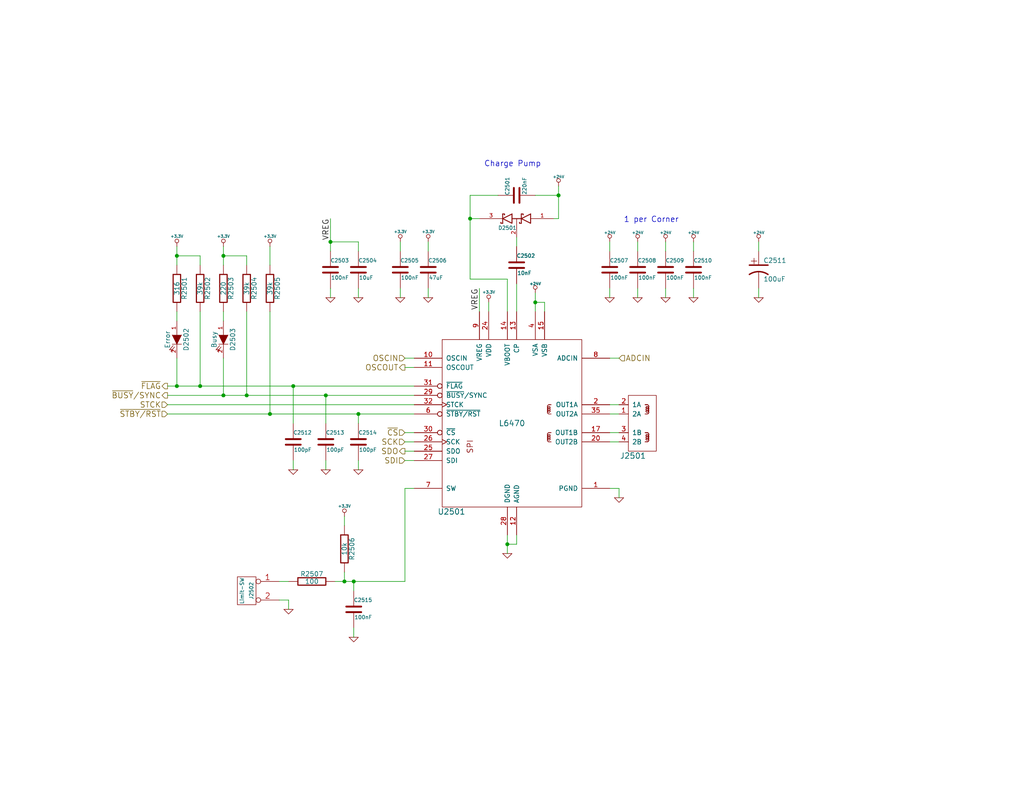
<source format=kicad_sch>
(kicad_sch (version 20211123) (generator eeschema)
  (paper "USLetter")
  (title_block (title "L64470 Stepper Driver") (date "21 jan 2014"))
  (lib_symbols
    (symbol "components:CONN_STEPPER" (pin_names (offset 1.016))
      (property "Reference" "J" (at -2.54 -8.89 0))
      (symbol "CONN_STEPPER_0_0"
        (rectangle (start -3.81 7.62) (end 3.81 -7.62))
      )
      (symbol "CONN_STEPPER_0_1"
        (polyline (pts (xy 1.27 -5.08) (xy 0.762 -5.08)))
        (polyline (pts (xy 1.27 -5.08) (xy 0.762 -5.08)))
        (polyline (pts (xy 1.27 -5.08) (xy 0.762 -5.08)))
        (polyline (pts (xy 1.27 -5.08) (xy 0.762 -5.08)))
        (polyline (pts (xy 1.27 -2.54) (xy 0.762 -2.54)))
        (polyline (pts (xy 1.27 -2.54) (xy 0.762 -2.54)))
        (polyline (pts (xy 1.27 -2.54) (xy 0.762 -2.54)))
        (polyline (pts (xy 1.27 -2.54) (xy 0.762 -2.54)))
        (polyline (pts (xy 1.27 2.54) (xy 0.762 2.54)))
        (polyline (pts (xy 1.27 2.54) (xy 0.762 2.54)))
        (polyline (pts (xy 1.27 2.54) (xy 0.762 2.54)))
        (polyline (pts (xy 1.27 2.54) (xy 0.762 2.54)))
        (polyline (pts (xy 1.27 5.08) (xy 0.762 5.08)))
        (polyline (pts (xy 1.27 5.08) (xy 0.762 5.08)))
        (polyline (pts (xy 1.27 5.08) (xy 0.762 5.08)))
        (polyline (pts (xy 1.27 5.08) (xy 0.762 5.08)))
        (arc (start 1.27 -5.08) (mid 1.778 -4.572) (end 1.27 -4.064))
        (arc (start 1.27 -5.08) (mid 1.778 -4.572) (end 1.27 -4.064))
        (arc (start 1.27 -5.08) (mid 1.778 -4.572) (end 1.27 -4.064))
        (arc (start 1.27 -5.08) (mid 1.778 -4.572) (end 1.27 -4.064))
        (arc (start 1.27 -4.572) (mid 1.778 -4.064) (end 1.27 -3.556))
        (arc (start 1.27 -4.572) (mid 1.778 -4.064) (end 1.27 -3.556))
        (arc (start 1.27 -4.572) (mid 1.778 -4.064) (end 1.27 -3.556))
        (arc (start 1.27 -4.572) (mid 1.778 -4.064) (end 1.27 -3.556))
        (arc (start 1.27 -4.064) (mid 1.016 -4.318) (end 1.27 -4.572))
        (arc (start 1.27 -4.064) (mid 1.016 -4.318) (end 1.27 -4.572))
        (arc (start 1.27 -4.064) (mid 1.016 -4.318) (end 1.27 -4.572))
        (arc (start 1.27 -4.064) (mid 1.016 -4.318) (end 1.27 -4.572))
        (arc (start 1.27 -4.064) (mid 1.778 -3.556) (end 1.27 -3.048))
        (arc (start 1.27 -4.064) (mid 1.778 -3.556) (end 1.27 -3.048))
        (arc (start 1.27 -4.064) (mid 1.778 -3.556) (end 1.27 -3.048))
        (arc (start 1.27 -4.064) (mid 1.778 -3.556) (end 1.27 -3.048))
        (arc (start 1.27 -3.556) (mid 1.016 -3.81) (end 1.27 -4.064))
        (arc (start 1.27 -3.556) (mid 1.016 -3.81) (end 1.27 -4.064))
        (arc (start 1.27 -3.556) (mid 1.016 -3.81) (end 1.27 -4.064))
        (arc (start 1.27 -3.556) (mid 1.016 -3.81) (end 1.27 -4.064))
        (arc (start 1.27 -3.556) (mid 1.778 -3.048) (end 1.27 -2.54))
        (arc (start 1.27 -3.556) (mid 1.778 -3.048) (end 1.27 -2.54))
        (arc (start 1.27 -3.556) (mid 1.778 -3.048) (end 1.27 -2.54))
        (arc (start 1.27 -3.556) (mid 1.778 -3.048) (end 1.27 -2.54))
        (arc (start 1.27 -3.048) (mid 1.016 -3.302) (end 1.27 -3.556))
        (arc (start 1.27 -3.048) (mid 1.016 -3.302) (end 1.27 -3.556))
        (arc (start 1.27 -3.048) (mid 1.016 -3.302) (end 1.27 -3.556))
        (arc (start 1.27 -3.048) (mid 1.016 -3.302) (end 1.27 -3.556))
        (arc (start 1.27 2.54) (mid 1.778 3.048) (end 1.27 3.556))
        (arc (start 1.27 2.54) (mid 1.778 3.048) (end 1.27 3.556))
        (arc (start 1.27 2.54) (mid 1.778 3.048) (end 1.27 3.556))
        (arc (start 1.27 2.54) (mid 1.778 3.048) (end 1.27 3.556))
        (arc (start 1.27 3.048) (mid 1.778 3.556) (end 1.27 4.064))
        (arc (start 1.27 3.048) (mid 1.778 3.556) (end 1.27 4.064))
        (arc (start 1.27 3.048) (mid 1.778 3.556) (end 1.27 4.064))
        (arc (start 1.27 3.048) (mid 1.778 3.556) (end 1.27 4.064))
        (arc (start 1.27 3.556) (mid 1.016 3.302) (end 1.27 3.048))
        (arc (start 1.27 3.556) (mid 1.016 3.302) (end 1.27 3.048))
        (arc (start 1.27 3.556) (mid 1.016 3.302) (end 1.27 3.048))
        (arc (start 1.27 3.556) (mid 1.016 3.302) (end 1.27 3.048))
        (arc (start 1.27 3.556) (mid 1.778 4.064) (end 1.27 4.572))
        (arc (start 1.27 3.556) (mid 1.778 4.064) (end 1.27 4.572))
        (arc (start 1.27 3.556) (mid 1.778 4.064) (end 1.27 4.572))
        (arc (start 1.27 3.556) (mid 1.778 4.064) (end 1.27 4.572))
        (arc (start 1.27 4.064) (mid 1.016 3.81) (end 1.27 3.556))
        (arc (start 1.27 4.064) (mid 1.016 3.81) (end 1.27 3.556))
        (arc (start 1.27 4.064) (mid 1.016 3.81) (end 1.27 3.556))
        (arc (start 1.27 4.064) (mid 1.016 3.81) (end 1.27 3.556))
        (arc (start 1.27 4.064) (mid 1.778 4.572) (end 1.27 5.08))
        (arc (start 1.27 4.064) (mid 1.778 4.572) (end 1.27 5.08))
        (arc (start 1.27 4.064) (mid 1.778 4.572) (end 1.27 5.08))
        (arc (start 1.27 4.064) (mid 1.778 4.572) (end 1.27 5.08))
        (arc (start 1.27 4.572) (mid 1.016 4.318) (end 1.27 4.064))
        (arc (start 1.27 4.572) (mid 1.016 4.318) (end 1.27 4.064))
        (arc (start 1.27 4.572) (mid 1.016 4.318) (end 1.27 4.064))
        (arc (start 1.27 4.572) (mid 1.016 4.318) (end 1.27 4.064))
      )
      (symbol "CONN_STEPPER_1_1"
        (pin power_in line (at -6.35 2.54 0) (length 2.54) (name "2A") (number "1"))
        (pin power_in line (at -6.35 5.08 0) (length 2.54) (name "1A") (number "2"))
        (pin power_in line (at -6.35 -2.54 0) (length 2.54) (name "1B") (number "3"))
        (pin power_in line (at -6.35 -5.08 0) (length 2.54) (name "2B") (number "4"))
      )
    )
    (symbol "components:L6470" (pin_names (offset 1.016))
      (property "Reference" "U" (at -16.51 -24.13 0))
      (property "Value" "L6470" (at 0 0 0))
      (symbol "L6470_0_0"
        (rectangle (start -19.05 22.86) (end 19.05 -22.86))
        (text "SPI" (at -11.43 -6.35 900) (effects (font (size 1.524 1.524))))
      )
      (symbol "L6470_0_1"
        (polyline (pts (xy 10.16 -5.08) (xy 10.668 -5.08)))
        (polyline (pts (xy 10.16 -5.08) (xy 10.668 -5.08)))
        (polyline (pts (xy 10.16 -2.54) (xy 10.668 -2.54)))
        (polyline (pts (xy 10.16 -2.54) (xy 10.668 -2.54)))
        (polyline (pts (xy 10.16 2.54) (xy 10.668 2.54)))
        (polyline (pts (xy 10.16 2.54) (xy 10.668 2.54)))
        (polyline (pts (xy 10.16 5.08) (xy 10.668 5.08)))
        (polyline (pts (xy 10.16 5.08) (xy 10.668 5.08)))
        (arc (start 10.16 -4.572) (mid 10.414 -4.318) (end 10.16 -4.064))
        (arc (start 10.16 -4.572) (mid 10.414 -4.318) (end 10.16 -4.064))
        (arc (start 10.16 -4.064) (mid 9.652 -4.572) (end 10.16 -5.08))
        (arc (start 10.16 -4.064) (mid 9.652 -4.572) (end 10.16 -5.08))
        (arc (start 10.16 -4.064) (mid 10.414 -3.81) (end 10.16 -3.556))
        (arc (start 10.16 -4.064) (mid 10.414 -3.81) (end 10.16 -3.556))
        (arc (start 10.16 -3.556) (mid 9.652 -4.064) (end 10.16 -4.572))
        (arc (start 10.16 -3.556) (mid 9.652 -4.064) (end 10.16 -4.572))
        (arc (start 10.16 -3.556) (mid 10.414 -3.302) (end 10.16 -3.048))
        (arc (start 10.16 -3.556) (mid 10.414 -3.302) (end 10.16 -3.048))
        (arc (start 10.16 -3.048) (mid 9.652 -3.556) (end 10.16 -4.064))
        (arc (start 10.16 -3.048) (mid 9.652 -3.556) (end 10.16 -4.064))
        (arc (start 10.16 -2.54) (mid 9.652 -3.048) (end 10.16 -3.556))
        (arc (start 10.16 -2.54) (mid 9.652 -3.048) (end 10.16 -3.556))
        (arc (start 10.16 3.048) (mid 10.414 3.302) (end 10.16 3.556))
        (arc (start 10.16 3.048) (mid 10.414 3.302) (end 10.16 3.556))
        (arc (start 10.16 3.556) (mid 9.652 3.048) (end 10.16 2.54))
        (arc (start 10.16 3.556) (mid 9.652 3.048) (end 10.16 2.54))
        (arc (start 10.16 3.556) (mid 10.414 3.81) (end 10.16 4.064))
        (arc (start 10.16 3.556) (mid 10.414 3.81) (end 10.16 4.064))
        (arc (start 10.16 4.064) (mid 9.652 3.556) (end 10.16 3.048))
        (arc (start 10.16 4.064) (mid 9.652 3.556) (end 10.16 3.048))
        (arc (start 10.16 4.064) (mid 10.414 4.318) (end 10.16 4.572))
        (arc (start 10.16 4.064) (mid 10.414 4.318) (end 10.16 4.572))
        (arc (start 10.16 4.572) (mid 9.652 4.064) (end 10.16 3.556))
        (arc (start 10.16 4.572) (mid 9.652 4.064) (end 10.16 3.556))
        (arc (start 10.16 5.08) (mid 9.652 4.572) (end 10.16 4.064))
        (arc (start 10.16 5.08) (mid 9.652 4.572) (end 10.16 4.064))
      )
      (symbol "L6470_1_1"
        (pin power_in line (at 26.67 -17.78 180) (length 7.62) (name "PGND") (number "1"))
        (pin input line (at -26.67 17.78 0) (length 7.62) (name "OSCIN") (number "10"))
        (pin output line (at -26.67 15.24 0) (length 7.62) (name "OSCOUT") (number "11"))
        (pin power_in line (at 1.27 -30.48 90) (length 7.62) (name "AGND") (number "12"))
        (pin passive line (at 1.27 30.48 270) (length 7.62) (name "CP") (number "13"))
        (pin passive line (at -1.27 30.48 270) (length 7.62) (name "VBOOT") (number "14"))
        (pin power_in line (at 8.89 30.48 270) (length 7.62) (name "VSB") (number "15"))
        (pin power_in line (at 8.89 30.48 270) (length 7.62) hide (name "VSB") (number "16"))
        (pin power_out line (at 26.67 -2.54 180) (length 7.62) (name "OUT1B") (number "17"))
        (pin power_out line (at 26.67 -2.54 180) (length 7.62) hide (name "OUT1B") (number "18"))
        (pin power_in line (at 26.67 -17.78 180) (length 7.62) hide (name "PGND") (number "19"))
        (pin power_out line (at 26.67 5.08 180) (length 7.62) (name "OUT1A") (number "2"))
        (pin power_out line (at 26.67 -5.08 180) (length 7.62) (name "OUT2B") (number "20"))
        (pin power_out line (at 26.67 -5.08 180) (length 7.62) hide (name "OUT2B") (number "21"))
        (pin power_in line (at 8.89 30.48 270) (length 7.62) hide (name "VSB") (number "22"))
        (pin power_in line (at 8.89 30.48 270) (length 7.62) hide (name "VSB") (number "23"))
        (pin power_in line (at -6.35 30.48 270) (length 7.62) (name "VDD") (number "24"))
        (pin tri_state line (at -26.67 -7.62 0) (length 7.62) (name "SDO") (number "25"))
        (pin input clock (at -26.67 -5.08 0) (length 7.62) (name "SCK") (number "26"))
        (pin input line (at -26.67 -10.16 0) (length 7.62) (name "SDI") (number "27"))
        (pin power_in line (at -1.27 -30.48 90) (length 7.62) (name "DGND") (number "28"))
        (pin open_collector inverted (at -26.67 7.62 0) (length 7.62) (name "~{BUSY}/SYNC") (number "29"))
        (pin power_out line (at 26.67 5.08 180) (length 7.62) hide (name "OUT1A") (number "3"))
        (pin input inverted (at -26.67 -2.54 0) (length 7.62) (name "~{CS}") (number "30"))
        (pin open_collector inverted (at -26.67 10.16 0) (length 7.62) (name "~{FLAG}") (number "31"))
        (pin input clock (at -26.67 5.08 0) (length 7.62) (name "STCK") (number "32"))
        (pin power_in line (at 6.35 30.48 270) (length 7.62) hide (name "VSA") (number "33"))
        (pin power_in line (at 6.35 30.48 270) (length 7.62) hide (name "VSA") (number "34"))
        (pin power_out line (at 26.67 2.54 180) (length 7.62) (name "OUT2A") (number "35"))
        (pin power_out line (at 26.67 2.54 180) (length 7.62) hide (name "OUT2A") (number "36"))
        (pin power_in line (at 6.35 30.48 270) (length 7.62) (name "VSA") (number "4"))
        (pin power_in line (at 6.35 30.48 270) (length 7.62) hide (name "VSA") (number "5"))
        (pin input inverted (at -26.67 2.54 0) (length 7.62) (name "~{STBY/RST}") (number "6"))
        (pin input line (at -26.67 -17.78 0) (length 7.62) (name "SW") (number "7"))
        (pin input line (at 26.67 17.78 180) (length 7.62) (name "ADCIN") (number "8"))
        (pin power_out line (at -8.89 30.48 270) (length 7.62) (name "VREG") (number "9"))
        (pin power_in line (at 26.67 -17.78 180) (length 7.62) hide (name "PGND") (number "PAD"))
      )
    )
    (symbol "robot_controller-rescue:+24V" (power) (pin_numbers hide) (pin_names (offset 0))
      (property "Value" "+24V" (at 0 2.54 0))
      (symbol "+24V_0_0"
        (pin power_in line (at 0 0 90) (length 0) hide (name "+24V") (number "1"))
      )
      (symbol "+24V_0_1"
        (polyline (pts (xy 0 0) (xy 0 1.016) (xy 0 1.016)))
        (circle (center 0 1.524) (radius 0.508))
      )
    )
    (symbol "robot_controller-rescue:+3.3V" (power) (pin_names (offset 0))
      (property "Value" "+3.3V" (at 0 2.794 0))
      (symbol "+3.3V_0_0"
        (pin power_in line (at 0 0 90) (length 0) hide (name "+3.3V") (number "1"))
      )
      (symbol "+3.3V_0_1"
        (polyline (pts (xy 0 0) (xy 0 1.016) (xy 0 1.016)))
        (circle (center 0 1.524) (radius 0.508))
      )
    )
    (symbol "robot_controller-rescue:C" (pin_numbers hide) (pin_names (offset 0.254))
      (property "Reference" "C" (at 0 2.54 0))
      (property "Value" "C" (at 0.1524 -2.159 0))
      (symbol "C_0_1"
        (polyline (pts (xy -2.032 -0.762) (xy 2.032 -0.762)) (stroke (width 0.508)))
        (polyline (pts (xy -2.032 0.762) (xy 2.032 0.762)) (stroke (width 0.508)))
      )
      (symbol "C_1_1"
        (pin passive line (at 0 5.08 270) (length 4.318) (name "~") (number "1"))
        (pin passive line (at 0 -5.08 90) (length 4.318) (name "~") (number "2"))
      )
    )
    (symbol "robot_controller-rescue:CONN_2" (pin_names (offset 1.016) hide)
      (property "Reference" "P" (at -1.27 0 90))
      (property "Value" "CONN_2" (at 1.27 0 90))
      (symbol "CONN_2_0_1"
        (rectangle (start -2.54 3.81) (end 2.54 -3.81))
      )
      (symbol "CONN_2_1_1"
        (pin passive inverted (at -8.89 2.54 0) (length 6.35) (name "P1") (number "1"))
        (pin passive inverted (at -8.89 -2.54 0) (length 6.35) (name "PM") (number "2"))
      )
    )
    (symbol "robot_controller-rescue:CP1" (pin_numbers hide) (pin_names (offset 0.254) hide)
      (property "Reference" "C" (at 1.27 2.54 0))
      (property "Value" "CP1" (at 1.27 -2.54 0))
      (symbol "CP1_0_0"
        (text "+" (at -1.27 2.54 0) (effects (font (size 2.032 2.032))))
      )
      (symbol "CP1_0_1"
        (polyline (pts (xy -2.54 1.27) (xy 2.54 1.27) (xy 1.27 1.27) (xy 1.27 1.27)) (stroke (width 0.381)))
        (arc (start 2.54 -1.27) (mid 0 -0.5009) (end -2.54 -1.27) (stroke (width 0.381)))
      )
      (symbol "CP1_1_1"
        (pin passive line (at 0 5.08 270) (length 3.81) (name "~") (number "1"))
        (pin passive line (at 0 -5.08 90) (length 4.572) (name "~") (number "2"))
      )
    )
    (symbol "robot_controller-rescue:DOUBLE_SCHOTTKY" (pin_names (offset 0.762) hide)
      (property "Reference" "D" (at 2.54 -2.54 0))
      (property "Value" "DOUBLE_SCHOTTKY" (at 0 2.54 0))
      (symbol "DOUBLE_SCHOTTKY_0_1"
        (polyline (pts (xy 0 0) (xy 0 -2.54)))
        (polyline (pts (xy 6.35 0) (xy 7.62 0)))
        (polyline (pts (xy -1.27 -1.27) (xy -1.27 1.27) (xy -1.27 1.27)) (stroke (width 0.254)))
        (polyline (pts (xy -1.27 0) (xy 1.27 0) (xy 1.27 0)) (stroke (width 0.254)))
        (polyline (pts (xy 3.81 1.27) (xy 3.81 -1.27) (xy 3.81 -1.27)) (stroke (width 0.254)))
        (polyline (pts (xy -1.27 -1.27) (xy -0.762 -1.27) (xy -0.762 -1.016) (xy -0.762 -1.016)) (stroke (width 0.254)))
        (polyline (pts (xy 3.81 -1.27) (xy 4.318 -1.27) (xy 4.318 -1.016) (xy 4.318 -1.016)) (stroke (width 0.254)))
        (polyline (pts (xy 3.81 1.27) (xy 3.302 1.27) (xy 3.302 1.016) (xy 3.302 1.016)) (stroke (width 0.254)))
        (polyline (pts (xy -1.778 1.016) (xy -1.778 1.27) (xy -1.27 1.27) (xy -1.27 1.27) (xy -1.27 1.27)) (stroke (width 0.254)))
        (polyline (pts (xy -3.81 1.27) (xy -1.27 0) (xy -3.81 -1.27) (xy -3.81 1.27) (xy -3.81 1.27) (xy -3.81 1.27)) (stroke (width 0.254)))
        (polyline (pts (xy 1.27 1.27) (xy 3.81 0) (xy 1.27 -1.27) (xy 1.27 1.27) (xy 1.27 1.27) (xy 1.27 1.27)) (stroke (width 0.254)))
        (pin passive line (at -10.16 0 0) (length 6.35) (name "Anode") (number "1"))
        (pin passive line (at 0 -5.08 90) (length 2.54) (name "AK") (number "2"))
        (pin passive line (at 10.16 0 180) (length 6.35) (name "cathode") (number "3"))
      )
    )
    (symbol "robot_controller-rescue:GND" (power) (pin_names (offset 0))
      (symbol "GND_0_1"
        (polyline (pts (xy -1.27 0) (xy 0 -1.27) (xy 1.27 0) (xy -1.27 0)))
      )
      (symbol "GND_1_1"
        (pin power_in line (at 0 0 90) (length 0) hide (name "GND") (number "1"))
      )
    )
    (symbol "robot_controller-rescue:LED" (pin_names (offset 1.016) hide)
      (property "Reference" "D" (at 0 2.54 0))
      (property "Value" "LED" (at 0 -2.54 0))
      (symbol "LED_0_1"
        (polyline (pts (xy 1.27 1.27) (xy 1.27 -1.27)))
        (polyline (pts (xy -1.27 1.27) (xy 1.27 0) (xy -1.27 -1.27)) (fill (type outline)))
        (polyline (pts (xy 1.651 -1.016) (xy 2.794 -2.032) (xy 2.667 -1.397)))
        (polyline (pts (xy 2.032 -0.635) (xy 3.175 -1.651) (xy 3.048 -1.016)))
      )
      (symbol "LED_1_1"
        (pin passive line (at -5.08 0 0) (length 3.81) (name "A") (number "1"))
        (pin passive line (at 5.08 0 180) (length 3.81) (name "K") (number "2"))
      )
    )
    (symbol "robot_controller-rescue:R" (pin_numbers hide) (pin_names (offset 0))
      (property "Reference" "R" (at 2.032 0 90))
      (property "Value" "R" (at 0.1778 0.0254 90))
      (symbol "R_0_1"
        (rectangle (start -1.016 3.81) (end 1.016 -3.81) (stroke (width 0.3048)))
      )
      (symbol "R_1_1"
        (pin passive line (at 0 6.35 270) (length 2.54) (name "~") (number "1"))
        (pin passive line (at 0 -6.35 90) (length 2.54) (name "~") (number "2"))
      )
    )
  )
  (junction (at 138.43 148.59))
  (junction (at 48.26 105.41))
  (junction (at 93.98 158.75))
  (junction (at 54.61 105.41))
  (junction (at 128.27 59.69))
  (junction (at 80.01 105.41))
  (junction (at 73.66 113.03))
  (junction (at 60.96 69.85))
  (junction (at 90.17 66.04))
  (junction (at 67.31 107.95))
  (junction (at 88.9 107.95))
  (junction (at 48.26 69.85))
  (junction (at 60.96 107.95))
  (junction (at 146.05 82.55))
  (junction (at 152.4 53.34))
  (junction (at 97.79 113.03))
  (junction (at 96.52 158.75))
  (wire (pts (xy 110.49 133.35) (xy 113.03 133.35)))
  (wire (pts (xy 166.37 118.11) (xy 168.91 118.11)))
  (wire (pts (xy 97.79 113.03) (xy 97.79 115.57)))
  (wire (pts (xy 168.91 113.03) (xy 166.37 113.03)))
  (wire (pts (xy 90.17 59.69) (xy 90.17 66.04)))
  (wire (pts (xy 80.01 125.73) (xy 80.01 128.27)))
  (wire (pts (xy 173.99 66.04) (xy 173.99 68.58)))
  (wire (pts (xy 181.61 78.74) (xy 181.61 81.28)))
  (wire (pts (xy 76.2 163.83) (xy 78.74 163.83)))
  (wire (pts (xy 48.26 69.85) (xy 48.26 72.39)))
  (wire (pts (xy 146.05 82.55) (xy 146.05 85.09)))
  (wire (pts (xy 130.81 59.69) (xy 128.27 59.69)))
  (wire (pts (xy 173.99 78.74) (xy 173.99 81.28)))
  (wire (pts (xy 166.37 97.79) (xy 168.91 97.79)))
  (wire (pts (xy 48.26 97.79) (xy 48.26 105.41)))
  (wire (pts (xy 76.2 158.75) (xy 78.74 158.75)))
  (wire (pts (xy 146.05 82.55) (xy 148.59 82.55)))
  (wire (pts (xy 88.9 107.95) (xy 113.03 107.95)))
  (wire (pts (xy 97.79 66.04) (xy 97.79 68.58)))
  (wire (pts (xy 133.35 82.55) (xy 133.35 85.09)))
  (wire (pts (xy 60.96 67.31) (xy 60.96 69.85)))
  (wire (pts (xy 146.05 53.34) (xy 152.4 53.34)))
  (wire (pts (xy 97.79 78.74) (xy 97.79 81.28)))
  (wire (pts (xy 67.31 85.09) (xy 67.31 107.95)))
  (wire (pts (xy 60.96 69.85) (xy 60.96 72.39)))
  (wire (pts (xy 67.31 107.95) (xy 88.9 107.95)))
  (wire (pts (xy 67.31 69.85) (xy 60.96 69.85)))
  (wire (pts (xy 73.66 113.03) (xy 97.79 113.03)))
  (wire (pts (xy 88.9 107.95) (xy 88.9 115.57)))
  (wire (pts (xy 90.17 66.04) (xy 90.17 68.58)))
  (wire (pts (xy 45.72 110.49) (xy 113.03 110.49)))
  (wire (pts (xy 130.81 78.74) (xy 130.81 85.09)))
  (wire (pts (xy 109.22 66.04) (xy 109.22 68.58)))
  (wire (pts (xy 96.52 158.75) (xy 96.52 161.29)))
  (wire (pts (xy 116.84 66.04) (xy 116.84 68.58)))
  (wire (pts (xy 181.61 66.04) (xy 181.61 68.58)))
  (wire (pts (xy 138.43 146.05) (xy 138.43 148.59)))
  (wire (pts (xy 48.26 85.09) (xy 48.26 87.63)))
  (wire (pts (xy 80.01 105.41) (xy 80.01 115.57)))
  (wire (pts (xy 146.05 80.01) (xy 146.05 82.55)))
  (wire (pts (xy 189.23 66.04) (xy 189.23 68.58)))
  (wire (pts (xy 80.01 105.41) (xy 113.03 105.41)))
  (wire (pts (xy 110.49 125.73) (xy 113.03 125.73)))
  (wire (pts (xy 140.97 67.31) (xy 140.97 64.77)))
  (wire (pts (xy 54.61 85.09) (xy 54.61 105.41)))
  (wire (pts (xy 128.27 59.69) (xy 128.27 76.2)))
  (wire (pts (xy 207.01 68.58) (xy 207.01 66.04)))
  (wire (pts (xy 128.27 76.2) (xy 138.43 76.2)))
  (wire (pts (xy 60.96 97.79) (xy 60.96 107.95)))
  (wire (pts (xy 90.17 78.74) (xy 90.17 81.28)))
  (wire (pts (xy 116.84 78.74) (xy 116.84 81.28)))
  (wire (pts (xy 140.97 146.05) (xy 140.97 148.59)))
  (wire (pts (xy 152.4 59.69) (xy 151.13 59.69)))
  (wire (pts (xy 109.22 78.74) (xy 109.22 81.28)))
  (wire (pts (xy 45.72 113.03) (xy 73.66 113.03)))
  (wire (pts (xy 140.97 148.59) (xy 138.43 148.59)))
  (wire (pts (xy 60.96 107.95) (xy 67.31 107.95)))
  (wire (pts (xy 189.23 78.74) (xy 189.23 81.28)))
  (wire (pts (xy 60.96 85.09) (xy 60.96 87.63)))
  (wire (pts (xy 45.72 107.95) (xy 60.96 107.95)))
  (wire (pts (xy 168.91 120.65) (xy 166.37 120.65)))
  (wire (pts (xy 67.31 69.85) (xy 67.31 72.39)))
  (wire (pts (xy 138.43 76.2) (xy 138.43 85.09)))
  (wire (pts (xy 45.72 105.41) (xy 48.26 105.41)))
  (wire (pts (xy 128.27 53.34) (xy 128.27 59.69)))
  (wire (pts (xy 207.01 78.74) (xy 207.01 81.28)))
  (wire (pts (xy 93.98 158.75) (xy 96.52 158.75)))
  (wire (pts (xy 110.49 100.33) (xy 113.03 100.33)))
  (wire (pts (xy 54.61 105.41) (xy 80.01 105.41)))
  (wire (pts (xy 96.52 171.45) (xy 96.52 173.99)))
  (wire (pts (xy 166.37 133.35) (xy 168.91 133.35)))
  (wire (pts (xy 148.59 82.55) (xy 148.59 85.09)))
  (wire (pts (xy 166.37 78.74) (xy 166.37 81.28)))
  (wire (pts (xy 96.52 158.75) (xy 110.49 158.75)))
  (wire (pts (xy 90.17 66.04) (xy 97.79 66.04)))
  (wire (pts (xy 113.03 120.65) (xy 110.49 120.65)))
  (wire (pts (xy 97.79 113.03) (xy 113.03 113.03)))
  (wire (pts (xy 166.37 110.49) (xy 168.91 110.49)))
  (wire (pts (xy 93.98 140.97) (xy 93.98 143.51)))
  (wire (pts (xy 54.61 72.39) (xy 54.61 69.85)))
  (wire (pts (xy 54.61 69.85) (xy 48.26 69.85)))
  (wire (pts (xy 128.27 53.34) (xy 135.89 53.34)))
  (wire (pts (xy 73.66 67.31) (xy 73.66 72.39)))
  (wire (pts (xy 97.79 125.73) (xy 97.79 128.27)))
  (wire (pts (xy 93.98 158.75) (xy 93.98 156.21)))
  (wire (pts (xy 91.44 158.75) (xy 93.98 158.75)))
  (wire (pts (xy 166.37 66.04) (xy 166.37 68.58)))
  (wire (pts (xy 110.49 118.11) (xy 113.03 118.11)))
  (wire (pts (xy 110.49 158.75) (xy 110.49 133.35)))
  (wire (pts (xy 48.26 105.41) (xy 54.61 105.41)))
  (wire (pts (xy 152.4 50.8) (xy 152.4 53.34)))
  (wire (pts (xy 168.91 133.35) (xy 168.91 135.89)))
  (wire (pts (xy 78.74 163.83) (xy 78.74 166.37)))
  (wire (pts (xy 73.66 85.09) (xy 73.66 113.03)))
  (wire (pts (xy 110.49 123.19) (xy 113.03 123.19)))
  (wire (pts (xy 140.97 85.09) (xy 140.97 77.47)))
  (wire (pts (xy 152.4 53.34) (xy 152.4 59.69)))
  (wire (pts (xy 110.49 97.79) (xy 113.03 97.79)))
  (wire (pts (xy 88.9 125.73) (xy 88.9 128.27)))
  (wire (pts (xy 48.26 67.31) (xy 48.26 69.85)))
  (wire (pts (xy 138.43 148.59) (xy 138.43 151.13)))
  (text "Charge Pump" (at 132.08 45.72 0) (effects (font (size 1.524 1.524)) (justify left bottom)))
  (text "1 per Corner" (at 170.18 60.96 0) (effects (font (size 1.524 1.524)) (justify left bottom)))
  (label "VREG" (at 130.81 78.74 270) (effects (font (size 1.524 1.524))))
  (label "VREG" (at 90.17 59.69 270) (effects (font (size 1.524 1.524))))
  (hierarchical_label "~{FLAG}" (shape output) (at 45.72 105.41 180) (effects (font (size 1.524 1.524))))
  (hierarchical_label "~{CS}" (shape input) (at 110.49 118.11 180) (effects (font (size 1.524 1.524))))
  (hierarchical_label "~{STBY/RST}" (shape input) (at 45.72 113.03 180) (effects (font (size 1.524 1.524))))
  (hierarchical_label "SDO" (shape output) (at 110.49 123.19 180) (effects (font (size 1.524 1.524))))
  (hierarchical_label "STCK" (shape input) (at 45.72 110.49 180) (effects (font (size 1.524 1.524))))
  (hierarchical_label "ADCIN" (shape input) (at 168.91 97.79 0) (effects (font (size 1.524 1.524))))
  (hierarchical_label "OSCIN" (shape input) (at 110.49 97.79 180) (effects (font (size 1.524 1.524))))
  (hierarchical_label "SCK" (shape input) (at 110.49 120.65 180) (effects (font (size 1.524 1.524))))
  (hierarchical_label "SDI" (shape input) (at 110.49 125.73 180) (effects (font (size 1.524 1.524))))
  (hierarchical_label "~{BUSY}/SYNC" (shape output) (at 45.72 107.95 180) (effects (font (size 1.524 1.524))))
  (hierarchical_label "OSCOUT" (shape output) (at 110.49 100.33 180) (effects (font (size 1.524 1.524))))
  (symbol (lib_id "robot_controller-rescue:GND") (at 90.17 81.28 0)
    (property "Reference" "#PWR0240" (effects hide))
    (property "Value" "GND" (effects hide))
  )
  (symbol (lib_id "robot_controller-rescue:GND") (at 97.79 81.28 0)
    (property "Reference" "#PWR0241" (effects hide))
    (property "Value" "GND" (effects hide))
  )
  (symbol (lib_id "robot_controller-rescue:+3.3V") (at 133.35 82.55 0)
    (property "Reference" "#PWR0242" (effects hide))
    (property "Value" "+3.3V" (at 133.35 79.756 0) (effects (font (size 0.762 0.762))))
  )
  (symbol (lib_id "robot_controller-rescue:+24V") (at 146.05 80.01 0)
    (property "Reference" "#PWR0243" (effects hide))
    (property "Value" "+24V" (at 146.05 77.47 0) (effects (font (size 0.762 0.762))))
  )
  (symbol (lib_id "robot_controller-rescue:+24V") (at 152.4 50.8 0)
    (property "Reference" "#PWR0244" (effects hide))
    (property "Value" "+24V" (at 152.4 48.26 0) (effects (font (size 0.762 0.762))))
  )
  (symbol (lib_id "robot_controller-rescue:GND") (at 138.43 151.13 0)
    (property "Reference" "#PWR0245" (effects hide))
    (property "Value" "GND" (effects hide))
  )
  (symbol (lib_id "robot_controller-rescue:GND") (at 78.74 166.37 0)
    (property "Reference" "#PWR0246" (effects hide))
    (property "Value" "GND" (effects hide))
  )
  (symbol (lib_id "robot_controller-rescue:CONN_2") (at 67.31 161.29 0) (mirror y)
    (property "Reference" "J2502" (at 68.58 161.29 90) (effects (font (size 1.016 1.016))))
    (property "Value" "Limit-SW" (at 66.04 161.29 90) (effects (font (size 1.016 1.016))))
    (property "Datasheet" "http://www.digikey.ca/product-search/en?vendor=0&keywords=1716020000" (effects hide))
    (property "Digikey Number" "281-1435-ND" (effects hide))
  )
  (symbol (lib_id "robot_controller-rescue:+24V") (at 207.01 66.04 0)
    (property "Reference" "#PWR0247" (effects hide))
    (property "Value" "+24V" (at 207.01 63.5 0) (effects (font (size 0.762 0.762))))
  )
  (symbol (lib_id "robot_controller-rescue:CP1") (at 207.01 73.66 0)
    (property "Reference" "C2511" (at 208.28 71.12 0) (effects (justify left)))
    (property "Value" "100uF" (at 208.28 76.2 0) (effects (justify left)))
    (property "Datasheet" "http://www.digikey.ca/product-detail/en/EEU-EE2C101/P13622-ND/1245951" (effects hide))
    (property "Digikey Number" "P13622-ND" (effects hide))
  )
  (symbol (lib_id "robot_controller-rescue:C") (at 140.97 53.34 90)
    (property "Reference" "C2501" (at 138.43 53.34 0) (effects (font (size 1.016 1.016)) (justify left)))
    (property "Value" "220nF" (at 143.129 53.1876 0) (effects (font (size 1.016 1.016)) (justify left)))
    (property "Datasheet" "http://www.digikey.ca/product-detail/en/CL21B224KCFSFNE/1276-2949-1-ND/3891035" (effects hide))
    (property "Digikey Number" "1276-2949-1-ND" (effects hide))
  )
  (symbol (lib_id "robot_controller-rescue:C") (at 140.97 72.39 0)
    (property "Reference" "C2502" (at 140.97 69.85 0) (effects (font (size 1.016 1.016)) (justify left)))
    (property "Value" "10nF" (at 141.1224 74.549 0) (effects (font (size 1.016 1.016)) (justify left)))
    (property "Datasheet" "http://www.digikey.ca/product-detail/en/C1608X7R2A103K080AA/445-1304-1-ND/567706" (effects hide))
    (property "Digikey Number" "445-1304-1-ND" (effects hide))
  )
  (symbol (lib_id "robot_controller-rescue:DOUBLE_SCHOTTKY") (at 140.97 59.69 0) (mirror y)
    (property "Reference" "D2501" (at 138.43 62.23 0) (effects (font (size 1.016 1.016))))
    (property "Value" "DOUBLE_SCHOTTKY" (effects hide))
    (property "Datasheet" "http://www.digikey.ca/product-detail/en/BAS70-04-TP/BAS70-04TPMSCT-ND/717333" (effects hide))
    (property "Digikey Number" "BAS70-04TPMSCT-ND" (effects hide))
  )
  (symbol (lib_id "robot_controller-rescue:GND") (at 109.22 81.28 0)
    (property "Reference" "#PWR0252" (effects hide))
    (property "Value" "GND" (effects hide))
  )
  (symbol (lib_id "robot_controller-rescue:GND") (at 116.84 81.28 0)
    (property "Reference" "#PWR0253" (effects hide))
    (property "Value" "GND" (effects hide))
  )
  (symbol (lib_id "robot_controller-rescue:+3.3V") (at 109.22 66.04 0)
    (property "Reference" "#PWR0254" (effects hide))
    (property "Value" "+3.3V" (at 109.22 63.246 0) (effects (font (size 0.762 0.762))))
  )
  (symbol (lib_id "robot_controller-rescue:+3.3V") (at 116.84 66.04 0)
    (property "Reference" "#PWR0255" (effects hide))
    (property "Value" "+3.3V" (at 116.84 63.246 0) (effects (font (size 0.762 0.762))))
  )
  (symbol (lib_id "robot_controller-rescue:C") (at 109.22 73.66 0)
    (property "Reference" "C2505" (at 109.22 71.12 0) (effects (font (size 1.016 1.016)) (justify left)))
    (property "Value" "100nF" (at 109.3724 75.819 0) (effects (font (size 1.016 1.016)) (justify left)))
    (property "Datasheet" "http://www.digikey.ca/product-detail/en/CL10F104ZA8NNNC/1276-1011-1-ND/3889097" (effects hide))
    (property "Digikey Number" "1276-1011-1-ND" (effects hide))
  )
  (symbol (lib_id "robot_controller-rescue:R") (at 48.26 78.74 0)
    (property "Reference" "R2501" (at 50.292 78.74 90))
    (property "Value" "316" (at 48.26 78.74 90))
    (property "Datasheet" "http://www.digikey.ca/product-detail/en/RC1608F3160CS/1276-4602-1-ND/3967574" (effects hide))
    (property "Digikey Number" "1276-4602-1-ND" (effects hide))
  )
  (symbol (lib_id "robot_controller-rescue:+3.3V") (at 48.26 67.31 0)
    (property "Reference" "#PWR0256" (effects hide))
    (property "Value" "+3.3V" (at 48.26 64.516 0) (effects (font (size 0.762 0.762))))
  )
  (symbol (lib_id "robot_controller-rescue:C") (at 80.01 120.65 0)
    (property "Reference" "C2512" (at 80.01 118.11 0) (effects (font (size 1.016 1.016)) (justify left)))
    (property "Value" "100pF" (at 80.1624 122.809 0) (effects (font (size 1.016 1.016)) (justify left)))
    (property "Datasheet" "http://www.digikey.ca/product-detail/en/CL10C101JB8NCNC/1276-2163-1-ND/3890249" (effects hide))
    (property "Digikey Number" "1276-2163-1-ND" (effects hide))
  )
  (symbol (lib_id "robot_controller-rescue:GND") (at 80.01 128.27 0)
    (property "Reference" "#PWR0257" (effects hide))
    (property "Value" "GND" (effects hide))
  )
  (symbol (lib_id "robot_controller-rescue:+3.3V") (at 60.96 67.31 0)
    (property "Reference" "#PWR0258" (effects hide))
    (property "Value" "+3.3V" (at 60.96 64.516 0) (effects (font (size 0.762 0.762))))
  )
  (symbol (lib_id "robot_controller-rescue:R") (at 60.96 78.74 0)
    (property "Reference" "R2503" (at 62.992 78.74 90))
    (property "Value" "220" (at 60.96 78.74 90))
    (property "Datasheet" "http://www.digikey.ca/product-detail/en/RC1608J221CS/1276-5046-1-ND/3968018" (effects hide))
    (property "Digikey Number" "1276-5046-1-ND" (effects hide))
  )
  (symbol (lib_id "robot_controller-rescue:+3.3V") (at 73.66 67.31 0)
    (property "Reference" "#PWR0259" (effects hide))
    (property "Value" "+3.3V" (at 73.66 64.516 0) (effects (font (size 0.762 0.762))))
  )
  (symbol (lib_id "robot_controller-rescue:GND") (at 88.9 128.27 0)
    (property "Reference" "#PWR0260" (effects hide))
    (property "Value" "GND" (effects hide))
  )
  (symbol (lib_id "robot_controller-rescue:GND") (at 97.79 128.27 0)
    (property "Reference" "#PWR0261" (effects hide))
    (property "Value" "GND" (effects hide))
  )
  (symbol (lib_id "robot_controller-rescue:LED") (at 48.26 92.71 270)
    (property "Reference" "D2502" (at 50.8 92.71 0))
    (property "Value" "Error" (at 45.72 92.71 0))
    (property "Datasheet" "http://www.digikey.ca/product-detail/en/SML-LX0603SRW-TR/67-1551-1-ND/304364" (effects hide))
    (property "Digikey Number" "67-1551-1-ND" (effects hide))
    (property "Color" "Red" (effects hide))
  )
  (symbol (lib_id "robot_controller-rescue:LED") (at 60.96 92.71 270)
    (property "Reference" "D2503" (at 63.5 92.71 0))
    (property "Value" "Busy" (at 58.42 92.71 0))
    (property "Datasheet" "http://www.digikey.ca/product-detail/en/SML-LX0603SUGW-TR/67-1693-1-ND/467578" (effects hide))
    (property "Digikey Number" "67-1693-1-ND" (effects hide))
    (property "Color" "Green" (effects hide))
  )
  (symbol (lib_id "robot_controller-rescue:R") (at 54.61 78.74 0)
    (property "Reference" "R2502" (at 56.642 78.74 90))
    (property "Value" "39k" (at 54.61 78.74 90))
    (property "Datasheet" "http://www.digikey.ca/product-detail/en/RC1608J393CS/1276-5100-1-ND/3968072" (effects hide))
    (property "Digikey Number" "1276-5100-1-ND" (effects hide))
  )
  (symbol (lib_id "robot_controller-rescue:R") (at 93.98 149.86 0)
    (property "Reference" "R2506" (at 96.012 149.86 90))
    (property "Value" "10k" (at 93.98 149.86 90))
    (property "Datasheet" "http://www.digikey.ca/product-detail/en/RC1608J103CS/1276-5086-1-ND/3968058" (effects hide))
    (property "Digikey Number" "1276-5086-1-ND" (effects hide))
  )
  (symbol (lib_id "robot_controller-rescue:R") (at 85.09 158.75 90)
    (property "Reference" "R2507" (at 85.09 156.718 90))
    (property "Value" "100" (at 85.09 158.75 90))
    (property "Datasheet" "http://www.digikey.ca/product-detail/en/RC1608J101CS/1276-5038-1-ND/3968010" (effects hide))
    (property "Digikey Number" "1276-5038-1-ND" (effects hide))
  )
  (symbol (lib_id "robot_controller-rescue:+3.3V") (at 93.98 140.97 0)
    (property "Reference" "#PWR0262" (effects hide))
    (property "Value" "+3.3V" (at 93.98 138.176 0) (effects (font (size 0.762 0.762))))
  )
  (symbol (lib_id "robot_controller-rescue:GND") (at 96.52 173.99 0)
    (property "Reference" "#PWR0263" (effects hide))
    (property "Value" "GND" (effects hide))
  )
  (symbol (lib_id "robot_controller-rescue:+24V") (at 166.37 66.04 0)
    (property "Reference" "#PWR0248" (effects hide))
    (property "Value" "+24V" (at 166.37 63.5 0) (effects (font (size 0.762 0.762))))
  )
  (symbol (lib_id "robot_controller-rescue:C") (at 166.37 73.66 0)
    (property "Reference" "C2507" (at 166.37 71.12 0) (effects (font (size 1.016 1.016)) (justify left)))
    (property "Value" "100nF" (at 166.5224 75.819 0) (effects (font (size 1.016 1.016)) (justify left)))
    (property "Digikey Number" "399-6753-1-ND" (effects hide))
  )
  (symbol (lib_id "robot_controller-rescue:+24V") (at 173.99 66.04 0)
    (property "Reference" "#PWR0249" (effects hide))
    (property "Value" "+24V" (at 173.99 63.5 0) (effects (font (size 0.762 0.762))))
  )
  (symbol (lib_id "robot_controller-rescue:+24V") (at 181.61 66.04 0)
    (property "Reference" "#PWR0250" (effects hide))
    (property "Value" "+24V" (at 181.61 63.5 0) (effects (font (size 0.762 0.762))))
  )
  (symbol (lib_id "robot_controller-rescue:+24V") (at 189.23 66.04 0)
    (property "Reference" "#PWR0251" (effects hide))
    (property "Value" "+24V" (at 189.23 63.5 0) (effects (font (size 0.762 0.762))))
  )
  (symbol (lib_id "robot_controller-rescue:C") (at 97.79 73.66 0)
    (property "Reference" "C2504" (at 97.79 71.12 0) (effects (font (size 1.016 1.016)) (justify left)))
    (property "Value" "10uF" (at 97.9424 75.819 0) (effects (font (size 1.016 1.016)) (justify left)))
    (property "Datasheet" "http://www.digikey.ca/product-detail/en/CL10A106MQ8NNNC/1276-1119-1-ND/3889205" (effects hide))
    (property "Digikey Number" "1276-1119-1-ND" (effects hide))
  )
  (symbol (lib_id "robot_controller-rescue:C") (at 90.17 73.66 0)
    (property "Reference" "C2503" (at 90.17 71.12 0) (effects (font (size 1.016 1.016)) (justify left)))
    (property "Value" "100nF" (at 90.3224 75.819 0) (effects (font (size 1.016 1.016)) (justify left)))
    (property "Datasheet" "http://www.digikey.ca/product-detail/en/CL10F104ZA8NNNC/1276-1011-1-ND/3889097" (effects hide))
    (property "Digikey Number" "1276-1011-1-ND" (effects hide))
  )
  (symbol (lib_id "robot_controller-rescue:C") (at 96.52 166.37 0)
    (property "Reference" "C2515" (at 96.52 163.83 0) (effects (font (size 1.016 1.016)) (justify left)))
    (property "Value" "100nF" (at 96.6724 168.529 0) (effects (font (size 1.016 1.016)) (justify left)))
    (property "Datasheet" "http://www.digikey.ca/product-detail/en/CL10F104ZA8NNNC/1276-1011-1-ND/3889097" (effects hide))
    (property "Digikey Number" "1276-1011-1-ND" (effects hide))
  )
  (symbol (lib_id "components:L6470") (at 139.7 115.57 0)
    (property "Reference" "U2501" (at 123.19 139.7 0) (effects (font (size 1.524 1.524))))
    (property "Value" "L6470" (at 139.7 115.57 0) (effects (font (size 1.524 1.524))))
    (property "Datasheet" "http://www.st.com/web/catalog/sense_power/FM142/CL851/SC1794/SS1498/LN1723/PF248592" (effects hide))
  )
  (symbol (lib_id "components:CONN_STEPPER") (at 175.26 115.57 0)
    (property "Reference" "J2501" (at 172.72 124.46 0) (effects (font (size 1.524 1.524))))
    (property "Value" "Stepper Motor" (effects hide))
    (property "Datasheet" "http://www.digikey.ca/product-search/en?vendor=0&keywords=9993920000" (effects hide))
    (property "Digikey Number" "281-1437-ND" (effects hide))
  )
  (symbol (lib_id "robot_controller-rescue:C") (at 173.99 73.66 0)
    (property "Reference" "C2508" (at 173.99 71.12 0) (effects (font (size 1.016 1.016)) (justify left)))
    (property "Value" "100nF" (at 174.1424 75.819 0) (effects (font (size 1.016 1.016)) (justify left)))
    (property "Digikey Number" "399-6753-1-ND" (effects hide))
  )
  (symbol (lib_id "robot_controller-rescue:C") (at 181.61 73.66 0)
    (property "Reference" "C2509" (at 181.61 71.12 0) (effects (font (size 1.016 1.016)) (justify left)))
    (property "Value" "100nF" (at 181.7624 75.819 0) (effects (font (size 1.016 1.016)) (justify left)))
    (property "Digikey Number" "399-6753-1-ND" (effects hide))
  )
  (symbol (lib_id "robot_controller-rescue:C") (at 189.23 73.66 0)
    (property "Reference" "C2510" (at 189.23 71.12 0) (effects (font (size 1.016 1.016)) (justify left)))
    (property "Value" "100nF" (at 189.3824 75.819 0) (effects (font (size 1.016 1.016)) (justify left)))
    (property "Digikey Number" "399-6753-1-ND" (effects hide))
  )
  (symbol (lib_id "robot_controller-rescue:C") (at 116.84 73.66 0)
    (property "Reference" "C2506" (at 116.84 71.12 0) (effects (font (size 1.016 1.016)) (justify left)))
    (property "Value" "47uF" (at 116.9924 75.819 0) (effects (font (size 1.016 1.016)) (justify left)))
    (property "Datasheet" "http://www.digikey.ca/product-detail/en/CL21A476MQCLRNC/1276-2420-1-ND/3890506" (effects hide))
    (property "Digikey Number" "1276-2420-1-ND" (effects hide))
  )
  (symbol (lib_id "robot_controller-rescue:C") (at 88.9 120.65 0)
    (property "Reference" "C2513" (at 88.9 118.11 0) (effects (font (size 1.016 1.016)) (justify left)))
    (property "Value" "100pF" (at 89.0524 122.809 0) (effects (font (size 1.016 1.016)) (justify left)))
    (property "Datasheet" "http://www.digikey.ca/product-detail/en/CL10C101JB8NCNC/1276-2163-1-ND/3890249" (effects hide))
    (property "Digikey Number" "1276-2163-1-ND" (effects hide))
  )
  (symbol (lib_id "robot_controller-rescue:C") (at 97.79 120.65 0)
    (property "Reference" "C2514" (at 97.79 118.11 0) (effects (font (size 1.016 1.016)) (justify left)))
    (property "Value" "100pF" (at 97.9424 122.809 0) (effects (font (size 1.016 1.016)) (justify left)))
    (property "Datasheet" "http://www.digikey.ca/product-detail/en/CL10C101JB8NCNC/1276-2163-1-ND/3890249" (effects hide))
    (property "Digikey Number" "1276-2163-1-ND" (effects hide))
  )
  (symbol (lib_id "robot_controller-rescue:R") (at 67.31 78.74 0)
    (property "Reference" "R2504" (at 69.342 78.74 90))
    (property "Value" "39k" (at 67.31 78.74 90))
    (property "Datasheet" "http://www.digikey.ca/product-detail/en/RC1608J393CS/1276-5100-1-ND/3968072" (effects hide))
    (property "Digikey Number" "1276-5100-1-ND" (effects hide))
  )
  (symbol (lib_id "robot_controller-rescue:R") (at 73.66 78.74 0)
    (property "Reference" "R2505" (at 75.692 78.74 90))
    (property "Value" "39k" (at 73.66 78.74 90))
    (property "Datasheet" "http://www.digikey.ca/product-detail/en/RC1608J393CS/1276-5100-1-ND/3968072" (effects hide))
    (property "Digikey Number" "1276-5100-1-ND" (effects hide))
  )
  (symbol (lib_id "robot_controller-rescue:GND") (at 168.91 135.89 0)
    (property "Reference" "#PWR0264" (effects hide))
    (property "Value" "GND" (effects hide))
  )
  (symbol (lib_id "robot_controller-rescue:GND") (at 166.37 81.28 0)
    (property "Reference" "#PWR0265" (effects hide))
    (property "Value" "GND" (effects hide))
  )
  (symbol (lib_id "robot_controller-rescue:GND") (at 173.99 81.28 0)
    (property "Reference" "#PWR0266" (effects hide))
    (property "Value" "GND" (effects hide))
  )
  (symbol (lib_id "robot_controller-rescue:GND") (at 181.61 81.28 0)
    (property "Reference" "#PWR0267" (effects hide))
    (property "Value" "GND" (effects hide))
  )
  (symbol (lib_id "robot_controller-rescue:GND") (at 189.23 81.28 0)
    (property "Reference" "#PWR0268" (effects hide))
    (property "Value" "GND" (effects hide))
  )
  (symbol (lib_id "robot_controller-rescue:GND") (at 207.01 81.28 0)
    (property "Reference" "#PWR0269" (effects hide))
    (property "Value" "GND" (effects hide))
  )
)
</source>
